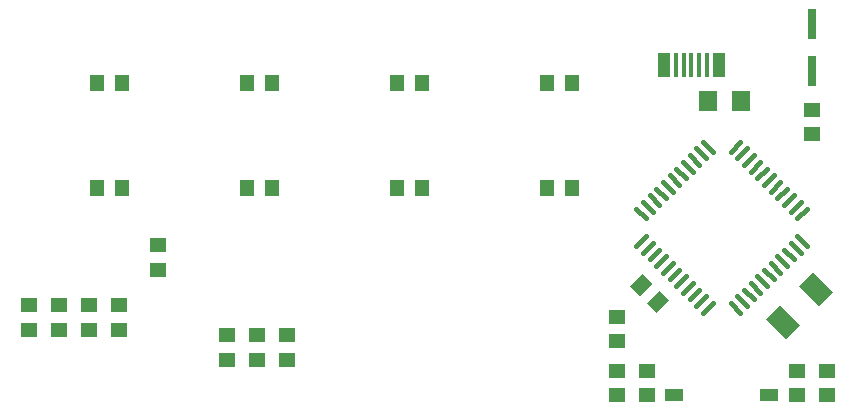
<source format=gtp>
G04 ---------------------------- Layer name :TOP PASTER LAYER*
G04 EasyEDA v5.8.22, Tue, 08 Jan 2019 20:33:26 GMT*
G04 129acfe98f9248dba87738b5e980386f*
G04 Gerber Generator version 0.2*
G04 Scale: 100 percent, Rotated: No, Reflected: No *
G04 Dimensions in inches *
G04 leading zeros omitted , absolute positions ,2 integer and 4 decimal *
%FSLAX24Y24*%
%MOIN*%
G90*
G70D02*

%ADD12C,0.016535*%
%ADD14R,0.017717X0.078740*%
%ADD15R,0.043307X0.078740*%
%ADD16R,0.063000X0.070900*%
%ADD17R,0.055100X0.051200*%
%ADD18R,0.051200X0.055100*%
%ADD19R,0.057870X0.045670*%
%ADD21R,0.031496X0.098425*%
%ADD23R,0.059055X0.039370*%

%LPD*%
G54D12*
G01X23649Y5876D02*
G01X23977Y6204D01*
G01X23872Y5653D02*
G01X24200Y5982D01*
G01X24094Y5431D02*
G01X24423Y5759D01*
G01X24317Y5208D02*
G01X24645Y5536D01*
G01X24540Y4985D02*
G01X24868Y5314D01*
G01X24762Y4762D02*
G01X25091Y5091D01*
G01X24985Y4540D02*
G01X25314Y4868D01*
G01X25208Y4317D02*
G01X25536Y4645D01*
G01X25431Y4094D02*
G01X25759Y4423D01*
G01X25653Y3872D02*
G01X25982Y4200D01*
G01X25876Y3649D02*
G01X26204Y3977D01*
G01X26795Y3977D02*
G01X27123Y3649D01*
G01X27017Y4200D02*
G01X27346Y3872D01*
G01X27240Y4423D02*
G01X27568Y4094D01*
G01X27463Y4645D02*
G01X27791Y4317D01*
G01X27685Y4868D02*
G01X28014Y4540D01*
G01X27908Y5091D02*
G01X28237Y4762D01*
G01X28131Y5314D02*
G01X28459Y4985D01*
G01X28354Y5536D02*
G01X28682Y5208D01*
G01X28576Y5759D02*
G01X28905Y5431D01*
G01X28799Y5982D02*
G01X29127Y5653D01*
G01X29022Y6204D02*
G01X29350Y5876D01*
G01X29022Y6795D02*
G01X29350Y7123D01*
G01X28799Y7017D02*
G01X29127Y7346D01*
G01X28576Y7240D02*
G01X28905Y7568D01*
G01X28354Y7463D02*
G01X28682Y7791D01*
G01X28131Y7685D02*
G01X28459Y8014D01*
G01X27908Y7908D02*
G01X28237Y8237D01*
G01X27685Y8131D02*
G01X28014Y8459D01*
G01X27463Y8354D02*
G01X27791Y8682D01*
G01X27240Y8576D02*
G01X27568Y8905D01*
G01X27017Y8799D02*
G01X27346Y9127D01*
G01X26795Y9022D02*
G01X27123Y9350D01*
G01X25876Y9350D02*
G01X26204Y9022D01*
G01X25653Y9127D02*
G01X25982Y8799D01*
G01X25431Y8905D02*
G01X25759Y8576D01*
G01X25208Y8682D02*
G01X25536Y8354D01*
G01X24985Y8459D02*
G01X25314Y8131D01*
G01X24762Y8237D02*
G01X25091Y7908D01*
G01X24540Y8014D02*
G01X24868Y7685D01*
G01X24317Y7791D02*
G01X24645Y7463D01*
G01X24094Y7568D02*
G01X24423Y7240D01*
G01X23872Y7346D02*
G01X24200Y7017D01*
G01X23649Y7123D02*
G01X23977Y6795D01*
G54D14*
G01X24978Y11901D03*
G01X25234Y11901D03*
G01X25490Y11901D03*
G01X25746Y11901D03*
G01X26002Y11901D03*
G54D15*
G01X26395Y11901D03*
G01X24584Y11901D03*
G54D16*
G01X26050Y10700D03*
G01X27150Y10700D03*
G54D17*
G01X3400Y3913D03*
G01X3400Y3086D03*
G01X4400Y3913D03*
G01X4400Y3086D03*
G01X5400Y3913D03*
G01X5400Y3086D03*
G01X6400Y3913D03*
G01X6400Y3086D03*
G01X10000Y2913D03*
G01X10000Y2086D03*
G01X11000Y2900D03*
G01X11000Y2073D03*
G01X12000Y2913D03*
G01X12000Y2086D03*
G01X7700Y5913D03*
G01X7700Y5086D03*
G54D18*
G01X20686Y7800D03*
G01X21513Y7800D03*
G01X15686Y7800D03*
G01X16513Y7800D03*
G01X5686Y7800D03*
G01X6513Y7800D03*
G01X10686Y7800D03*
G01X11513Y7800D03*
G01X20686Y11300D03*
G01X21513Y11300D03*
G01X15686Y11300D03*
G01X16513Y11300D03*
G01X10686Y11300D03*
G01X11513Y11300D03*
G01X5686Y11300D03*
G01X6513Y11300D03*
G54D19*
G01X24000Y899D03*
G01X24000Y1699D03*
G01X23000Y899D03*
G01X23000Y1699D03*
G36*
G01X23860Y4948D02*
G01X24183Y4626D01*
G01X23774Y4216D01*
G01X23451Y4539D01*
G01X23860Y4948D01*
G37*
G36*
G01X24425Y4383D02*
G01X24748Y4060D01*
G01X24339Y3651D01*
G01X24016Y3974D01*
G01X24425Y4383D01*
G37*
G01X29500Y10400D03*
G01X29500Y9600D03*
G01X29000Y1700D03*
G01X29000Y900D03*
G01X30000Y1700D03*
G01X30000Y900D03*
G01X23000Y2700D03*
G01X23000Y3500D03*
G54D21*
G01X29500Y11725D03*
G01X29500Y13275D03*
G36*
G01X27983Y3451D02*
G01X28456Y3925D01*
G01X29124Y3256D01*
G01X28651Y2783D01*
G01X27983Y3451D01*
G37*
G36*
G01X29075Y4543D02*
G01X29548Y5016D01*
G01X30216Y4348D01*
G01X29743Y3874D01*
G01X29075Y4543D01*
G37*
G54D23*
G01X28074Y900D03*
G01X24925Y900D03*
M00*
M02*

</source>
